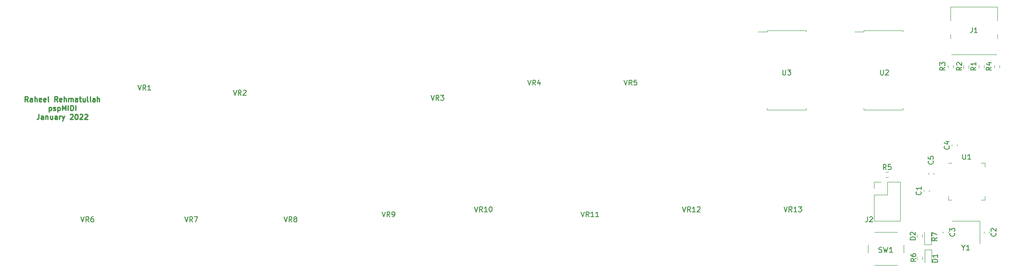
<source format=gbr>
%TF.GenerationSoftware,KiCad,Pcbnew,(5.1.9)-1*%
%TF.CreationDate,2022-01-24T16:54:11-08:00*%
%TF.ProjectId,pspMidi,7073704d-6964-4692-9e6b-696361645f70,rev?*%
%TF.SameCoordinates,Original*%
%TF.FileFunction,Legend,Top*%
%TF.FilePolarity,Positive*%
%FSLAX46Y46*%
G04 Gerber Fmt 4.6, Leading zero omitted, Abs format (unit mm)*
G04 Created by KiCad (PCBNEW (5.1.9)-1) date 2022-01-24 16:54:11*
%MOMM*%
%LPD*%
G01*
G04 APERTURE LIST*
%ADD10C,0.250000*%
%ADD11C,0.120000*%
%ADD12C,0.150000*%
G04 APERTURE END LIST*
D10*
X40238095Y-68702380D02*
X39904761Y-68226190D01*
X39666666Y-68702380D02*
X39666666Y-67702380D01*
X40047619Y-67702380D01*
X40142857Y-67750000D01*
X40190476Y-67797619D01*
X40238095Y-67892857D01*
X40238095Y-68035714D01*
X40190476Y-68130952D01*
X40142857Y-68178571D01*
X40047619Y-68226190D01*
X39666666Y-68226190D01*
X41095238Y-68702380D02*
X41095238Y-68178571D01*
X41047619Y-68083333D01*
X40952380Y-68035714D01*
X40761904Y-68035714D01*
X40666666Y-68083333D01*
X41095238Y-68654761D02*
X41000000Y-68702380D01*
X40761904Y-68702380D01*
X40666666Y-68654761D01*
X40619047Y-68559523D01*
X40619047Y-68464285D01*
X40666666Y-68369047D01*
X40761904Y-68321428D01*
X41000000Y-68321428D01*
X41095238Y-68273809D01*
X41571428Y-68702380D02*
X41571428Y-67702380D01*
X42000000Y-68702380D02*
X42000000Y-68178571D01*
X41952380Y-68083333D01*
X41857142Y-68035714D01*
X41714285Y-68035714D01*
X41619047Y-68083333D01*
X41571428Y-68130952D01*
X42857142Y-68654761D02*
X42761904Y-68702380D01*
X42571428Y-68702380D01*
X42476190Y-68654761D01*
X42428571Y-68559523D01*
X42428571Y-68178571D01*
X42476190Y-68083333D01*
X42571428Y-68035714D01*
X42761904Y-68035714D01*
X42857142Y-68083333D01*
X42904761Y-68178571D01*
X42904761Y-68273809D01*
X42428571Y-68369047D01*
X43714285Y-68654761D02*
X43619047Y-68702380D01*
X43428571Y-68702380D01*
X43333333Y-68654761D01*
X43285714Y-68559523D01*
X43285714Y-68178571D01*
X43333333Y-68083333D01*
X43428571Y-68035714D01*
X43619047Y-68035714D01*
X43714285Y-68083333D01*
X43761904Y-68178571D01*
X43761904Y-68273809D01*
X43285714Y-68369047D01*
X44333333Y-68702380D02*
X44238095Y-68654761D01*
X44190476Y-68559523D01*
X44190476Y-67702380D01*
X46047619Y-68702380D02*
X45714285Y-68226190D01*
X45476190Y-68702380D02*
X45476190Y-67702380D01*
X45857142Y-67702380D01*
X45952380Y-67750000D01*
X46000000Y-67797619D01*
X46047619Y-67892857D01*
X46047619Y-68035714D01*
X46000000Y-68130952D01*
X45952380Y-68178571D01*
X45857142Y-68226190D01*
X45476190Y-68226190D01*
X46857142Y-68654761D02*
X46761904Y-68702380D01*
X46571428Y-68702380D01*
X46476190Y-68654761D01*
X46428571Y-68559523D01*
X46428571Y-68178571D01*
X46476190Y-68083333D01*
X46571428Y-68035714D01*
X46761904Y-68035714D01*
X46857142Y-68083333D01*
X46904761Y-68178571D01*
X46904761Y-68273809D01*
X46428571Y-68369047D01*
X47333333Y-68702380D02*
X47333333Y-67702380D01*
X47761904Y-68702380D02*
X47761904Y-68178571D01*
X47714285Y-68083333D01*
X47619047Y-68035714D01*
X47476190Y-68035714D01*
X47380952Y-68083333D01*
X47333333Y-68130952D01*
X48238095Y-68702380D02*
X48238095Y-68035714D01*
X48238095Y-68130952D02*
X48285714Y-68083333D01*
X48380952Y-68035714D01*
X48523809Y-68035714D01*
X48619047Y-68083333D01*
X48666666Y-68178571D01*
X48666666Y-68702380D01*
X48666666Y-68178571D02*
X48714285Y-68083333D01*
X48809523Y-68035714D01*
X48952380Y-68035714D01*
X49047619Y-68083333D01*
X49095238Y-68178571D01*
X49095238Y-68702380D01*
X50000000Y-68702380D02*
X50000000Y-68178571D01*
X49952380Y-68083333D01*
X49857142Y-68035714D01*
X49666666Y-68035714D01*
X49571428Y-68083333D01*
X50000000Y-68654761D02*
X49904761Y-68702380D01*
X49666666Y-68702380D01*
X49571428Y-68654761D01*
X49523809Y-68559523D01*
X49523809Y-68464285D01*
X49571428Y-68369047D01*
X49666666Y-68321428D01*
X49904761Y-68321428D01*
X50000000Y-68273809D01*
X50333333Y-68035714D02*
X50714285Y-68035714D01*
X50476190Y-67702380D02*
X50476190Y-68559523D01*
X50523809Y-68654761D01*
X50619047Y-68702380D01*
X50714285Y-68702380D01*
X51476190Y-68035714D02*
X51476190Y-68702380D01*
X51047619Y-68035714D02*
X51047619Y-68559523D01*
X51095238Y-68654761D01*
X51190476Y-68702380D01*
X51333333Y-68702380D01*
X51428571Y-68654761D01*
X51476190Y-68607142D01*
X52095238Y-68702380D02*
X52000000Y-68654761D01*
X51952380Y-68559523D01*
X51952380Y-67702380D01*
X52619047Y-68702380D02*
X52523809Y-68654761D01*
X52476190Y-68559523D01*
X52476190Y-67702380D01*
X53428571Y-68702380D02*
X53428571Y-68178571D01*
X53380952Y-68083333D01*
X53285714Y-68035714D01*
X53095238Y-68035714D01*
X53000000Y-68083333D01*
X53428571Y-68654761D02*
X53333333Y-68702380D01*
X53095238Y-68702380D01*
X53000000Y-68654761D01*
X52952380Y-68559523D01*
X52952380Y-68464285D01*
X53000000Y-68369047D01*
X53095238Y-68321428D01*
X53333333Y-68321428D01*
X53428571Y-68273809D01*
X53904761Y-68702380D02*
X53904761Y-67702380D01*
X54333333Y-68702380D02*
X54333333Y-68178571D01*
X54285714Y-68083333D01*
X54190476Y-68035714D01*
X54047619Y-68035714D01*
X53952380Y-68083333D01*
X53904761Y-68130952D01*
X44380952Y-69785714D02*
X44380952Y-70785714D01*
X44380952Y-69833333D02*
X44476190Y-69785714D01*
X44666666Y-69785714D01*
X44761904Y-69833333D01*
X44809523Y-69880952D01*
X44857142Y-69976190D01*
X44857142Y-70261904D01*
X44809523Y-70357142D01*
X44761904Y-70404761D01*
X44666666Y-70452380D01*
X44476190Y-70452380D01*
X44380952Y-70404761D01*
X45238095Y-70404761D02*
X45333333Y-70452380D01*
X45523809Y-70452380D01*
X45619047Y-70404761D01*
X45666666Y-70309523D01*
X45666666Y-70261904D01*
X45619047Y-70166666D01*
X45523809Y-70119047D01*
X45380952Y-70119047D01*
X45285714Y-70071428D01*
X45238095Y-69976190D01*
X45238095Y-69928571D01*
X45285714Y-69833333D01*
X45380952Y-69785714D01*
X45523809Y-69785714D01*
X45619047Y-69833333D01*
X46095238Y-69785714D02*
X46095238Y-70785714D01*
X46095238Y-69833333D02*
X46190476Y-69785714D01*
X46380952Y-69785714D01*
X46476190Y-69833333D01*
X46523809Y-69880952D01*
X46571428Y-69976190D01*
X46571428Y-70261904D01*
X46523809Y-70357142D01*
X46476190Y-70404761D01*
X46380952Y-70452380D01*
X46190476Y-70452380D01*
X46095238Y-70404761D01*
X47000000Y-70452380D02*
X47000000Y-69452380D01*
X47333333Y-70166666D01*
X47666666Y-69452380D01*
X47666666Y-70452380D01*
X48142857Y-70452380D02*
X48142857Y-69452380D01*
X48619047Y-70452380D02*
X48619047Y-69452380D01*
X48857142Y-69452380D01*
X49000000Y-69500000D01*
X49095238Y-69595238D01*
X49142857Y-69690476D01*
X49190476Y-69880952D01*
X49190476Y-70023809D01*
X49142857Y-70214285D01*
X49095238Y-70309523D01*
X49000000Y-70404761D01*
X48857142Y-70452380D01*
X48619047Y-70452380D01*
X49619047Y-70452380D02*
X49619047Y-69452380D01*
X42357142Y-71202380D02*
X42357142Y-71916666D01*
X42309523Y-72059523D01*
X42214285Y-72154761D01*
X42071428Y-72202380D01*
X41976190Y-72202380D01*
X43261904Y-72202380D02*
X43261904Y-71678571D01*
X43214285Y-71583333D01*
X43119047Y-71535714D01*
X42928571Y-71535714D01*
X42833333Y-71583333D01*
X43261904Y-72154761D02*
X43166666Y-72202380D01*
X42928571Y-72202380D01*
X42833333Y-72154761D01*
X42785714Y-72059523D01*
X42785714Y-71964285D01*
X42833333Y-71869047D01*
X42928571Y-71821428D01*
X43166666Y-71821428D01*
X43261904Y-71773809D01*
X43738095Y-71535714D02*
X43738095Y-72202380D01*
X43738095Y-71630952D02*
X43785714Y-71583333D01*
X43880952Y-71535714D01*
X44023809Y-71535714D01*
X44119047Y-71583333D01*
X44166666Y-71678571D01*
X44166666Y-72202380D01*
X45071428Y-71535714D02*
X45071428Y-72202380D01*
X44642857Y-71535714D02*
X44642857Y-72059523D01*
X44690476Y-72154761D01*
X44785714Y-72202380D01*
X44928571Y-72202380D01*
X45023809Y-72154761D01*
X45071428Y-72107142D01*
X45976190Y-72202380D02*
X45976190Y-71678571D01*
X45928571Y-71583333D01*
X45833333Y-71535714D01*
X45642857Y-71535714D01*
X45547619Y-71583333D01*
X45976190Y-72154761D02*
X45880952Y-72202380D01*
X45642857Y-72202380D01*
X45547619Y-72154761D01*
X45500000Y-72059523D01*
X45500000Y-71964285D01*
X45547619Y-71869047D01*
X45642857Y-71821428D01*
X45880952Y-71821428D01*
X45976190Y-71773809D01*
X46452380Y-72202380D02*
X46452380Y-71535714D01*
X46452380Y-71726190D02*
X46500000Y-71630952D01*
X46547619Y-71583333D01*
X46642857Y-71535714D01*
X46738095Y-71535714D01*
X46976190Y-71535714D02*
X47214285Y-72202380D01*
X47452380Y-71535714D02*
X47214285Y-72202380D01*
X47119047Y-72440476D01*
X47071428Y-72488095D01*
X46976190Y-72535714D01*
X48547619Y-71297619D02*
X48595238Y-71250000D01*
X48690476Y-71202380D01*
X48928571Y-71202380D01*
X49023809Y-71250000D01*
X49071428Y-71297619D01*
X49119047Y-71392857D01*
X49119047Y-71488095D01*
X49071428Y-71630952D01*
X48500000Y-72202380D01*
X49119047Y-72202380D01*
X49738095Y-71202380D02*
X49833333Y-71202380D01*
X49928571Y-71250000D01*
X49976190Y-71297619D01*
X50023809Y-71392857D01*
X50071428Y-71583333D01*
X50071428Y-71821428D01*
X50023809Y-72011904D01*
X49976190Y-72107142D01*
X49928571Y-72154761D01*
X49833333Y-72202380D01*
X49738095Y-72202380D01*
X49642857Y-72154761D01*
X49595238Y-72107142D01*
X49547619Y-72011904D01*
X49500000Y-71821428D01*
X49500000Y-71583333D01*
X49547619Y-71392857D01*
X49595238Y-71297619D01*
X49642857Y-71250000D01*
X49738095Y-71202380D01*
X50452380Y-71297619D02*
X50500000Y-71250000D01*
X50595238Y-71202380D01*
X50833333Y-71202380D01*
X50928571Y-71250000D01*
X50976190Y-71297619D01*
X51023809Y-71392857D01*
X51023809Y-71488095D01*
X50976190Y-71630952D01*
X50404761Y-72202380D01*
X51023809Y-72202380D01*
X51404761Y-71297619D02*
X51452380Y-71250000D01*
X51547619Y-71202380D01*
X51785714Y-71202380D01*
X51880952Y-71250000D01*
X51928571Y-71297619D01*
X51976190Y-71392857D01*
X51976190Y-71488095D01*
X51928571Y-71630952D01*
X51357142Y-72202380D01*
X51976190Y-72202380D01*
D11*
%TO.C,C5*%
X218696000Y-83050767D02*
X218696000Y-82758233D01*
X217676000Y-83050767D02*
X217676000Y-82758233D01*
%TO.C,Y1*%
X227744000Y-92238000D02*
X222344000Y-92238000D01*
X227744000Y-96738000D02*
X227744000Y-92238000D01*
%TO.C,U3*%
X185878000Y-54939000D02*
X184063000Y-54939000D01*
X185878000Y-54674000D02*
X185878000Y-54939000D01*
X189738000Y-54674000D02*
X185878000Y-54674000D01*
X193598000Y-54674000D02*
X193598000Y-54939000D01*
X189738000Y-54674000D02*
X193598000Y-54674000D01*
X185878000Y-70294000D02*
X185878000Y-70029000D01*
X189738000Y-70294000D02*
X185878000Y-70294000D01*
X193598000Y-70294000D02*
X193598000Y-70029000D01*
X189738000Y-70294000D02*
X193598000Y-70294000D01*
%TO.C,U2*%
X204928000Y-54939000D02*
X203113000Y-54939000D01*
X204928000Y-54674000D02*
X204928000Y-54939000D01*
X208788000Y-54674000D02*
X204928000Y-54674000D01*
X212648000Y-54674000D02*
X212648000Y-54939000D01*
X208788000Y-54674000D02*
X212648000Y-54674000D01*
X204928000Y-70294000D02*
X204928000Y-70029000D01*
X208788000Y-70294000D02*
X204928000Y-70294000D01*
X212648000Y-70294000D02*
X212648000Y-70029000D01*
X208788000Y-70294000D02*
X212648000Y-70294000D01*
%TO.C,U1*%
X222301000Y-80860000D02*
X221576000Y-80860000D01*
X228796000Y-88080000D02*
X228796000Y-87355000D01*
X228071000Y-88080000D02*
X228796000Y-88080000D01*
X221576000Y-88080000D02*
X221576000Y-87355000D01*
X222301000Y-88080000D02*
X221576000Y-88080000D01*
X228796000Y-80860000D02*
X228796000Y-81585000D01*
X228071000Y-80860000D02*
X228796000Y-80860000D01*
%TO.C,SW1*%
X212750000Y-98500000D02*
X212750000Y-97000000D01*
X211500000Y-94500000D02*
X207000000Y-94500000D01*
X205750000Y-97000000D02*
X205750000Y-98500000D01*
X207000000Y-101000000D02*
X211500000Y-101000000D01*
%TO.C,R7*%
X215377500Y-95007776D02*
X215377500Y-95517224D01*
X216422500Y-95007776D02*
X216422500Y-95517224D01*
%TO.C,R6*%
X215427500Y-99395276D02*
X215427500Y-99904724D01*
X216472500Y-99395276D02*
X216472500Y-99904724D01*
%TO.C,R5*%
X209257776Y-83622500D02*
X209767224Y-83622500D01*
X209257776Y-82577500D02*
X209767224Y-82577500D01*
%TO.C,R4*%
X231662500Y-62008724D02*
X231662500Y-61499276D01*
X230617500Y-62008724D02*
X230617500Y-61499276D01*
%TO.C,R3*%
X222518500Y-62008724D02*
X222518500Y-61499276D01*
X221473500Y-62008724D02*
X221473500Y-61499276D01*
%TO.C,R2*%
X224521500Y-61602776D02*
X224521500Y-62112224D01*
X225566500Y-61602776D02*
X225566500Y-62112224D01*
%TO.C,R1*%
X228614500Y-62008724D02*
X228614500Y-61499276D01*
X227569500Y-62008724D02*
X227569500Y-61499276D01*
%TO.C,J2*%
X206950000Y-84522000D02*
X208280000Y-84522000D01*
X206950000Y-85852000D02*
X206950000Y-84522000D01*
X209550000Y-84522000D02*
X212150000Y-84522000D01*
X209550000Y-87122000D02*
X209550000Y-84522000D01*
X206950000Y-87122000D02*
X209550000Y-87122000D01*
X212150000Y-84522000D02*
X212150000Y-92262000D01*
X206950000Y-87122000D02*
X206950000Y-92262000D01*
X206950000Y-92262000D02*
X212150000Y-92262000D01*
%TO.C,J1*%
X231236000Y-56306000D02*
X231236000Y-55406000D01*
X222046000Y-56306000D02*
X222046000Y-55406000D01*
X231236000Y-52706000D02*
X231236000Y-49976000D01*
X222046000Y-52706000D02*
X222046000Y-49976000D01*
X231116000Y-59386000D02*
X222166000Y-59386000D01*
X231236000Y-49976000D02*
X222046000Y-49976000D01*
%TO.C,D2*%
X218185000Y-96945999D02*
X218185000Y-94460999D01*
X216815000Y-96945999D02*
X218185000Y-96945999D01*
X216815000Y-94460999D02*
X216815000Y-96945999D01*
%TO.C,D1*%
X216921999Y-97954001D02*
X216921999Y-100439001D01*
X218291999Y-97954001D02*
X216921999Y-97954001D01*
X218291999Y-100439001D02*
X218291999Y-97954001D01*
%TO.C,C4*%
X223268000Y-77462767D02*
X223268000Y-77170233D01*
X222248000Y-77462767D02*
X222248000Y-77170233D01*
%TO.C,C3*%
X220470000Y-94341733D02*
X220470000Y-94634267D01*
X221490000Y-94341733D02*
X221490000Y-94634267D01*
%TO.C,C2*%
X228598000Y-94341733D02*
X228598000Y-94634267D01*
X229618000Y-94341733D02*
X229618000Y-94634267D01*
%TO.C,C1*%
X216790000Y-86153733D02*
X216790000Y-86446267D01*
X217810000Y-86153733D02*
X217810000Y-86446267D01*
%TO.C,C5*%
D12*
X218543142Y-80430666D02*
X218590761Y-80478285D01*
X218638380Y-80621142D01*
X218638380Y-80716380D01*
X218590761Y-80859238D01*
X218495523Y-80954476D01*
X218400285Y-81002095D01*
X218209809Y-81049714D01*
X218066952Y-81049714D01*
X217876476Y-81002095D01*
X217781238Y-80954476D01*
X217686000Y-80859238D01*
X217638380Y-80716380D01*
X217638380Y-80621142D01*
X217686000Y-80478285D01*
X217733619Y-80430666D01*
X217638380Y-79525904D02*
X217638380Y-80002095D01*
X218114571Y-80049714D01*
X218066952Y-80002095D01*
X218019333Y-79906857D01*
X218019333Y-79668761D01*
X218066952Y-79573523D01*
X218114571Y-79525904D01*
X218209809Y-79478285D01*
X218447904Y-79478285D01*
X218543142Y-79525904D01*
X218590761Y-79573523D01*
X218638380Y-79668761D01*
X218638380Y-79906857D01*
X218590761Y-80002095D01*
X218543142Y-80049714D01*
%TO.C,Y1*%
X224567809Y-97514190D02*
X224567809Y-97990380D01*
X224234476Y-96990380D02*
X224567809Y-97514190D01*
X224901142Y-96990380D01*
X225758285Y-97990380D02*
X225186857Y-97990380D01*
X225472571Y-97990380D02*
X225472571Y-96990380D01*
X225377333Y-97133238D01*
X225282095Y-97228476D01*
X225186857Y-97276095D01*
%TO.C,VR13*%
X189214285Y-89452380D02*
X189547619Y-90452380D01*
X189880952Y-89452380D01*
X190785714Y-90452380D02*
X190452380Y-89976190D01*
X190214285Y-90452380D02*
X190214285Y-89452380D01*
X190595238Y-89452380D01*
X190690476Y-89500000D01*
X190738095Y-89547619D01*
X190785714Y-89642857D01*
X190785714Y-89785714D01*
X190738095Y-89880952D01*
X190690476Y-89928571D01*
X190595238Y-89976190D01*
X190214285Y-89976190D01*
X191738095Y-90452380D02*
X191166666Y-90452380D01*
X191452380Y-90452380D02*
X191452380Y-89452380D01*
X191357142Y-89595238D01*
X191261904Y-89690476D01*
X191166666Y-89738095D01*
X192071428Y-89452380D02*
X192690476Y-89452380D01*
X192357142Y-89833333D01*
X192500000Y-89833333D01*
X192595238Y-89880952D01*
X192642857Y-89928571D01*
X192690476Y-90023809D01*
X192690476Y-90261904D01*
X192642857Y-90357142D01*
X192595238Y-90404761D01*
X192500000Y-90452380D01*
X192214285Y-90452380D01*
X192119047Y-90404761D01*
X192071428Y-90357142D01*
%TO.C,VR12*%
X169214285Y-89452380D02*
X169547619Y-90452380D01*
X169880952Y-89452380D01*
X170785714Y-90452380D02*
X170452380Y-89976190D01*
X170214285Y-90452380D02*
X170214285Y-89452380D01*
X170595238Y-89452380D01*
X170690476Y-89500000D01*
X170738095Y-89547619D01*
X170785714Y-89642857D01*
X170785714Y-89785714D01*
X170738095Y-89880952D01*
X170690476Y-89928571D01*
X170595238Y-89976190D01*
X170214285Y-89976190D01*
X171738095Y-90452380D02*
X171166666Y-90452380D01*
X171452380Y-90452380D02*
X171452380Y-89452380D01*
X171357142Y-89595238D01*
X171261904Y-89690476D01*
X171166666Y-89738095D01*
X172119047Y-89547619D02*
X172166666Y-89500000D01*
X172261904Y-89452380D01*
X172500000Y-89452380D01*
X172595238Y-89500000D01*
X172642857Y-89547619D01*
X172690476Y-89642857D01*
X172690476Y-89738095D01*
X172642857Y-89880952D01*
X172071428Y-90452380D01*
X172690476Y-90452380D01*
%TO.C,VR11*%
X149214285Y-90452380D02*
X149547619Y-91452380D01*
X149880952Y-90452380D01*
X150785714Y-91452380D02*
X150452380Y-90976190D01*
X150214285Y-91452380D02*
X150214285Y-90452380D01*
X150595238Y-90452380D01*
X150690476Y-90500000D01*
X150738095Y-90547619D01*
X150785714Y-90642857D01*
X150785714Y-90785714D01*
X150738095Y-90880952D01*
X150690476Y-90928571D01*
X150595238Y-90976190D01*
X150214285Y-90976190D01*
X151738095Y-91452380D02*
X151166666Y-91452380D01*
X151452380Y-91452380D02*
X151452380Y-90452380D01*
X151357142Y-90595238D01*
X151261904Y-90690476D01*
X151166666Y-90738095D01*
X152690476Y-91452380D02*
X152119047Y-91452380D01*
X152404761Y-91452380D02*
X152404761Y-90452380D01*
X152309523Y-90595238D01*
X152214285Y-90690476D01*
X152119047Y-90738095D01*
%TO.C,VR10*%
X128214285Y-89452380D02*
X128547619Y-90452380D01*
X128880952Y-89452380D01*
X129785714Y-90452380D02*
X129452380Y-89976190D01*
X129214285Y-90452380D02*
X129214285Y-89452380D01*
X129595238Y-89452380D01*
X129690476Y-89500000D01*
X129738095Y-89547619D01*
X129785714Y-89642857D01*
X129785714Y-89785714D01*
X129738095Y-89880952D01*
X129690476Y-89928571D01*
X129595238Y-89976190D01*
X129214285Y-89976190D01*
X130738095Y-90452380D02*
X130166666Y-90452380D01*
X130452380Y-90452380D02*
X130452380Y-89452380D01*
X130357142Y-89595238D01*
X130261904Y-89690476D01*
X130166666Y-89738095D01*
X131357142Y-89452380D02*
X131452380Y-89452380D01*
X131547619Y-89500000D01*
X131595238Y-89547619D01*
X131642857Y-89642857D01*
X131690476Y-89833333D01*
X131690476Y-90071428D01*
X131642857Y-90261904D01*
X131595238Y-90357142D01*
X131547619Y-90404761D01*
X131452380Y-90452380D01*
X131357142Y-90452380D01*
X131261904Y-90404761D01*
X131214285Y-90357142D01*
X131166666Y-90261904D01*
X131119047Y-90071428D01*
X131119047Y-89833333D01*
X131166666Y-89642857D01*
X131214285Y-89547619D01*
X131261904Y-89500000D01*
X131357142Y-89452380D01*
%TO.C,VR9*%
X109993276Y-90452380D02*
X110326609Y-91452380D01*
X110659942Y-90452380D01*
X111564704Y-91452380D02*
X111231371Y-90976190D01*
X110993276Y-91452380D02*
X110993276Y-90452380D01*
X111374228Y-90452380D01*
X111469466Y-90500000D01*
X111517085Y-90547619D01*
X111564704Y-90642857D01*
X111564704Y-90785714D01*
X111517085Y-90880952D01*
X111469466Y-90928571D01*
X111374228Y-90976190D01*
X110993276Y-90976190D01*
X112040895Y-91452380D02*
X112231371Y-91452380D01*
X112326609Y-91404761D01*
X112374228Y-91357142D01*
X112469466Y-91214285D01*
X112517085Y-91023809D01*
X112517085Y-90642857D01*
X112469466Y-90547619D01*
X112421847Y-90500000D01*
X112326609Y-90452380D01*
X112136133Y-90452380D01*
X112040895Y-90500000D01*
X111993276Y-90547619D01*
X111945657Y-90642857D01*
X111945657Y-90880952D01*
X111993276Y-90976190D01*
X112040895Y-91023809D01*
X112136133Y-91071428D01*
X112326609Y-91071428D01*
X112421847Y-91023809D01*
X112469466Y-90976190D01*
X112517085Y-90880952D01*
%TO.C,VR8*%
X90690476Y-91452380D02*
X91023809Y-92452380D01*
X91357142Y-91452380D01*
X92261904Y-92452380D02*
X91928571Y-91976190D01*
X91690476Y-92452380D02*
X91690476Y-91452380D01*
X92071428Y-91452380D01*
X92166666Y-91500000D01*
X92214285Y-91547619D01*
X92261904Y-91642857D01*
X92261904Y-91785714D01*
X92214285Y-91880952D01*
X92166666Y-91928571D01*
X92071428Y-91976190D01*
X91690476Y-91976190D01*
X92833333Y-91880952D02*
X92738095Y-91833333D01*
X92690476Y-91785714D01*
X92642857Y-91690476D01*
X92642857Y-91642857D01*
X92690476Y-91547619D01*
X92738095Y-91500000D01*
X92833333Y-91452380D01*
X93023809Y-91452380D01*
X93119047Y-91500000D01*
X93166666Y-91547619D01*
X93214285Y-91642857D01*
X93214285Y-91690476D01*
X93166666Y-91785714D01*
X93119047Y-91833333D01*
X93023809Y-91880952D01*
X92833333Y-91880952D01*
X92738095Y-91928571D01*
X92690476Y-91976190D01*
X92642857Y-92071428D01*
X92642857Y-92261904D01*
X92690476Y-92357142D01*
X92738095Y-92404761D01*
X92833333Y-92452380D01*
X93023809Y-92452380D01*
X93119047Y-92404761D01*
X93166666Y-92357142D01*
X93214285Y-92261904D01*
X93214285Y-92071428D01*
X93166666Y-91976190D01*
X93119047Y-91928571D01*
X93023809Y-91880952D01*
%TO.C,VR7*%
X71131276Y-91452380D02*
X71464609Y-92452380D01*
X71797942Y-91452380D01*
X72702704Y-92452380D02*
X72369371Y-91976190D01*
X72131276Y-92452380D02*
X72131276Y-91452380D01*
X72512228Y-91452380D01*
X72607466Y-91500000D01*
X72655085Y-91547619D01*
X72702704Y-91642857D01*
X72702704Y-91785714D01*
X72655085Y-91880952D01*
X72607466Y-91928571D01*
X72512228Y-91976190D01*
X72131276Y-91976190D01*
X73036038Y-91452380D02*
X73702704Y-91452380D01*
X73274133Y-92452380D01*
%TO.C,VR6*%
X50690476Y-91452380D02*
X51023809Y-92452380D01*
X51357142Y-91452380D01*
X52261904Y-92452380D02*
X51928571Y-91976190D01*
X51690476Y-92452380D02*
X51690476Y-91452380D01*
X52071428Y-91452380D01*
X52166666Y-91500000D01*
X52214285Y-91547619D01*
X52261904Y-91642857D01*
X52261904Y-91785714D01*
X52214285Y-91880952D01*
X52166666Y-91928571D01*
X52071428Y-91976190D01*
X51690476Y-91976190D01*
X53119047Y-91452380D02*
X52928571Y-91452380D01*
X52833333Y-91500000D01*
X52785714Y-91547619D01*
X52690476Y-91690476D01*
X52642857Y-91880952D01*
X52642857Y-92261904D01*
X52690476Y-92357142D01*
X52738095Y-92404761D01*
X52833333Y-92452380D01*
X53023809Y-92452380D01*
X53119047Y-92404761D01*
X53166666Y-92357142D01*
X53214285Y-92261904D01*
X53214285Y-92023809D01*
X53166666Y-91928571D01*
X53119047Y-91880952D01*
X53023809Y-91833333D01*
X52833333Y-91833333D01*
X52738095Y-91880952D01*
X52690476Y-91928571D01*
X52642857Y-92023809D01*
%TO.C,VR5*%
X157690476Y-64452380D02*
X158023809Y-65452380D01*
X158357142Y-64452380D01*
X159261904Y-65452380D02*
X158928571Y-64976190D01*
X158690476Y-65452380D02*
X158690476Y-64452380D01*
X159071428Y-64452380D01*
X159166666Y-64500000D01*
X159214285Y-64547619D01*
X159261904Y-64642857D01*
X159261904Y-64785714D01*
X159214285Y-64880952D01*
X159166666Y-64928571D01*
X159071428Y-64976190D01*
X158690476Y-64976190D01*
X160166666Y-64452380D02*
X159690476Y-64452380D01*
X159642857Y-64928571D01*
X159690476Y-64880952D01*
X159785714Y-64833333D01*
X160023809Y-64833333D01*
X160119047Y-64880952D01*
X160166666Y-64928571D01*
X160214285Y-65023809D01*
X160214285Y-65261904D01*
X160166666Y-65357142D01*
X160119047Y-65404761D01*
X160023809Y-65452380D01*
X159785714Y-65452380D01*
X159690476Y-65404761D01*
X159642857Y-65357142D01*
%TO.C,VR4*%
X138690476Y-64452380D02*
X139023809Y-65452380D01*
X139357142Y-64452380D01*
X140261904Y-65452380D02*
X139928571Y-64976190D01*
X139690476Y-65452380D02*
X139690476Y-64452380D01*
X140071428Y-64452380D01*
X140166666Y-64500000D01*
X140214285Y-64547619D01*
X140261904Y-64642857D01*
X140261904Y-64785714D01*
X140214285Y-64880952D01*
X140166666Y-64928571D01*
X140071428Y-64976190D01*
X139690476Y-64976190D01*
X141119047Y-64785714D02*
X141119047Y-65452380D01*
X140880952Y-64404761D02*
X140642857Y-65119047D01*
X141261904Y-65119047D01*
%TO.C,VR3*%
X119645276Y-67452380D02*
X119978609Y-68452380D01*
X120311942Y-67452380D01*
X121216704Y-68452380D02*
X120883371Y-67976190D01*
X120645276Y-68452380D02*
X120645276Y-67452380D01*
X121026228Y-67452380D01*
X121121466Y-67500000D01*
X121169085Y-67547619D01*
X121216704Y-67642857D01*
X121216704Y-67785714D01*
X121169085Y-67880952D01*
X121121466Y-67928571D01*
X121026228Y-67976190D01*
X120645276Y-67976190D01*
X121550038Y-67452380D02*
X122169085Y-67452380D01*
X121835752Y-67833333D01*
X121978609Y-67833333D01*
X122073847Y-67880952D01*
X122121466Y-67928571D01*
X122169085Y-68023809D01*
X122169085Y-68261904D01*
X122121466Y-68357142D01*
X122073847Y-68404761D01*
X121978609Y-68452380D01*
X121692895Y-68452380D01*
X121597657Y-68404761D01*
X121550038Y-68357142D01*
%TO.C,VR2*%
X80690476Y-66452380D02*
X81023809Y-67452380D01*
X81357142Y-66452380D01*
X82261904Y-67452380D02*
X81928571Y-66976190D01*
X81690476Y-67452380D02*
X81690476Y-66452380D01*
X82071428Y-66452380D01*
X82166666Y-66500000D01*
X82214285Y-66547619D01*
X82261904Y-66642857D01*
X82261904Y-66785714D01*
X82214285Y-66880952D01*
X82166666Y-66928571D01*
X82071428Y-66976190D01*
X81690476Y-66976190D01*
X82642857Y-66547619D02*
X82690476Y-66500000D01*
X82785714Y-66452380D01*
X83023809Y-66452380D01*
X83119047Y-66500000D01*
X83166666Y-66547619D01*
X83214285Y-66642857D01*
X83214285Y-66738095D01*
X83166666Y-66880952D01*
X82595238Y-67452380D01*
X83214285Y-67452380D01*
%TO.C,VR1*%
X61907277Y-65452380D02*
X62240610Y-66452380D01*
X62573943Y-65452380D01*
X63478705Y-66452380D02*
X63145372Y-65976190D01*
X62907277Y-66452380D02*
X62907277Y-65452380D01*
X63288229Y-65452380D01*
X63383467Y-65500000D01*
X63431086Y-65547619D01*
X63478705Y-65642857D01*
X63478705Y-65785714D01*
X63431086Y-65880952D01*
X63383467Y-65928571D01*
X63288229Y-65976190D01*
X62907277Y-65976190D01*
X64431086Y-66452380D02*
X63859658Y-66452380D01*
X64145372Y-66452380D02*
X64145372Y-65452380D01*
X64050134Y-65595238D01*
X63954896Y-65690476D01*
X63859658Y-65738095D01*
%TO.C,U3*%
X188976095Y-62452380D02*
X188976095Y-63261904D01*
X189023714Y-63357142D01*
X189071333Y-63404761D01*
X189166571Y-63452380D01*
X189357047Y-63452380D01*
X189452285Y-63404761D01*
X189499904Y-63357142D01*
X189547523Y-63261904D01*
X189547523Y-62452380D01*
X189928476Y-62452380D02*
X190547523Y-62452380D01*
X190214190Y-62833333D01*
X190357047Y-62833333D01*
X190452285Y-62880952D01*
X190499904Y-62928571D01*
X190547523Y-63023809D01*
X190547523Y-63261904D01*
X190499904Y-63357142D01*
X190452285Y-63404761D01*
X190357047Y-63452380D01*
X190071333Y-63452380D01*
X189976095Y-63404761D01*
X189928476Y-63357142D01*
%TO.C,U2*%
X208238095Y-62452380D02*
X208238095Y-63261904D01*
X208285714Y-63357142D01*
X208333333Y-63404761D01*
X208428571Y-63452380D01*
X208619047Y-63452380D01*
X208714285Y-63404761D01*
X208761904Y-63357142D01*
X208809523Y-63261904D01*
X208809523Y-62452380D01*
X209238095Y-62547619D02*
X209285714Y-62500000D01*
X209380952Y-62452380D01*
X209619047Y-62452380D01*
X209714285Y-62500000D01*
X209761904Y-62547619D01*
X209809523Y-62642857D01*
X209809523Y-62738095D01*
X209761904Y-62880952D01*
X209190476Y-63452380D01*
X209809523Y-63452380D01*
%TO.C,U1*%
X224424095Y-79102380D02*
X224424095Y-79911904D01*
X224471714Y-80007142D01*
X224519333Y-80054761D01*
X224614571Y-80102380D01*
X224805047Y-80102380D01*
X224900285Y-80054761D01*
X224947904Y-80007142D01*
X224995523Y-79911904D01*
X224995523Y-79102380D01*
X225995523Y-80102380D02*
X225424095Y-80102380D01*
X225709809Y-80102380D02*
X225709809Y-79102380D01*
X225614571Y-79245238D01*
X225519333Y-79340476D01*
X225424095Y-79388095D01*
%TO.C,SW1*%
X207916666Y-98404761D02*
X208059523Y-98452380D01*
X208297619Y-98452380D01*
X208392857Y-98404761D01*
X208440476Y-98357142D01*
X208488095Y-98261904D01*
X208488095Y-98166666D01*
X208440476Y-98071428D01*
X208392857Y-98023809D01*
X208297619Y-97976190D01*
X208107142Y-97928571D01*
X208011904Y-97880952D01*
X207964285Y-97833333D01*
X207916666Y-97738095D01*
X207916666Y-97642857D01*
X207964285Y-97547619D01*
X208011904Y-97500000D01*
X208107142Y-97452380D01*
X208345238Y-97452380D01*
X208488095Y-97500000D01*
X208821428Y-97452380D02*
X209059523Y-98452380D01*
X209250000Y-97738095D01*
X209440476Y-98452380D01*
X209678571Y-97452380D01*
X210583333Y-98452380D02*
X210011904Y-98452380D01*
X210297619Y-98452380D02*
X210297619Y-97452380D01*
X210202380Y-97595238D01*
X210107142Y-97690476D01*
X210011904Y-97738095D01*
%TO.C,R7*%
X219352380Y-95566666D02*
X218876190Y-95900000D01*
X219352380Y-96138095D02*
X218352380Y-96138095D01*
X218352380Y-95757142D01*
X218400000Y-95661904D01*
X218447619Y-95614285D01*
X218542857Y-95566666D01*
X218685714Y-95566666D01*
X218780952Y-95614285D01*
X218828571Y-95661904D01*
X218876190Y-95757142D01*
X218876190Y-96138095D01*
X218352380Y-95233333D02*
X218352380Y-94566666D01*
X219352380Y-94995238D01*
%TO.C,R6*%
X215202380Y-99666666D02*
X214726190Y-100000000D01*
X215202380Y-100238095D02*
X214202380Y-100238095D01*
X214202380Y-99857142D01*
X214250000Y-99761904D01*
X214297619Y-99714285D01*
X214392857Y-99666666D01*
X214535714Y-99666666D01*
X214630952Y-99714285D01*
X214678571Y-99761904D01*
X214726190Y-99857142D01*
X214726190Y-100238095D01*
X214202380Y-98809523D02*
X214202380Y-99000000D01*
X214250000Y-99095238D01*
X214297619Y-99142857D01*
X214440476Y-99238095D01*
X214630952Y-99285714D01*
X215011904Y-99285714D01*
X215107142Y-99238095D01*
X215154761Y-99190476D01*
X215202380Y-99095238D01*
X215202380Y-98904761D01*
X215154761Y-98809523D01*
X215107142Y-98761904D01*
X215011904Y-98714285D01*
X214773809Y-98714285D01*
X214678571Y-98761904D01*
X214630952Y-98809523D01*
X214583333Y-98904761D01*
X214583333Y-99095238D01*
X214630952Y-99190476D01*
X214678571Y-99238095D01*
X214773809Y-99285714D01*
%TO.C,R5*%
X209345833Y-82122380D02*
X209012500Y-81646190D01*
X208774404Y-82122380D02*
X208774404Y-81122380D01*
X209155357Y-81122380D01*
X209250595Y-81170000D01*
X209298214Y-81217619D01*
X209345833Y-81312857D01*
X209345833Y-81455714D01*
X209298214Y-81550952D01*
X209250595Y-81598571D01*
X209155357Y-81646190D01*
X208774404Y-81646190D01*
X210250595Y-81122380D02*
X209774404Y-81122380D01*
X209726785Y-81598571D01*
X209774404Y-81550952D01*
X209869642Y-81503333D01*
X210107738Y-81503333D01*
X210202976Y-81550952D01*
X210250595Y-81598571D01*
X210298214Y-81693809D01*
X210298214Y-81931904D01*
X210250595Y-82027142D01*
X210202976Y-82074761D01*
X210107738Y-82122380D01*
X209869642Y-82122380D01*
X209774404Y-82074761D01*
X209726785Y-82027142D01*
%TO.C,R4*%
X230068380Y-61920666D02*
X229592190Y-62254000D01*
X230068380Y-62492095D02*
X229068380Y-62492095D01*
X229068380Y-62111142D01*
X229116000Y-62015904D01*
X229163619Y-61968285D01*
X229258857Y-61920666D01*
X229401714Y-61920666D01*
X229496952Y-61968285D01*
X229544571Y-62015904D01*
X229592190Y-62111142D01*
X229592190Y-62492095D01*
X229401714Y-61063523D02*
X230068380Y-61063523D01*
X229020761Y-61301619D02*
X229735047Y-61539714D01*
X229735047Y-60920666D01*
%TO.C,R3*%
X220924380Y-61920666D02*
X220448190Y-62254000D01*
X220924380Y-62492095D02*
X219924380Y-62492095D01*
X219924380Y-62111142D01*
X219972000Y-62015904D01*
X220019619Y-61968285D01*
X220114857Y-61920666D01*
X220257714Y-61920666D01*
X220352952Y-61968285D01*
X220400571Y-62015904D01*
X220448190Y-62111142D01*
X220448190Y-62492095D01*
X219924380Y-61587333D02*
X219924380Y-60968285D01*
X220305333Y-61301619D01*
X220305333Y-61158761D01*
X220352952Y-61063523D01*
X220400571Y-61015904D01*
X220495809Y-60968285D01*
X220733904Y-60968285D01*
X220829142Y-61015904D01*
X220876761Y-61063523D01*
X220924380Y-61158761D01*
X220924380Y-61444476D01*
X220876761Y-61539714D01*
X220829142Y-61587333D01*
%TO.C,R2*%
X224226380Y-61920666D02*
X223750190Y-62254000D01*
X224226380Y-62492095D02*
X223226380Y-62492095D01*
X223226380Y-62111142D01*
X223274000Y-62015904D01*
X223321619Y-61968285D01*
X223416857Y-61920666D01*
X223559714Y-61920666D01*
X223654952Y-61968285D01*
X223702571Y-62015904D01*
X223750190Y-62111142D01*
X223750190Y-62492095D01*
X223321619Y-61539714D02*
X223274000Y-61492095D01*
X223226380Y-61396857D01*
X223226380Y-61158761D01*
X223274000Y-61063523D01*
X223321619Y-61015904D01*
X223416857Y-60968285D01*
X223512095Y-60968285D01*
X223654952Y-61015904D01*
X224226380Y-61587333D01*
X224226380Y-60968285D01*
%TO.C,R1*%
X227020380Y-61920666D02*
X226544190Y-62254000D01*
X227020380Y-62492095D02*
X226020380Y-62492095D01*
X226020380Y-62111142D01*
X226068000Y-62015904D01*
X226115619Y-61968285D01*
X226210857Y-61920666D01*
X226353714Y-61920666D01*
X226448952Y-61968285D01*
X226496571Y-62015904D01*
X226544190Y-62111142D01*
X226544190Y-62492095D01*
X227020380Y-60968285D02*
X227020380Y-61539714D01*
X227020380Y-61254000D02*
X226020380Y-61254000D01*
X226163238Y-61349238D01*
X226258476Y-61444476D01*
X226306095Y-61539714D01*
%TO.C,J2*%
X205666666Y-91452380D02*
X205666666Y-92166666D01*
X205619047Y-92309523D01*
X205523809Y-92404761D01*
X205380952Y-92452380D01*
X205285714Y-92452380D01*
X206095238Y-91547619D02*
X206142857Y-91500000D01*
X206238095Y-91452380D01*
X206476190Y-91452380D01*
X206571428Y-91500000D01*
X206619047Y-91547619D01*
X206666666Y-91642857D01*
X206666666Y-91738095D01*
X206619047Y-91880952D01*
X206047619Y-92452380D01*
X206666666Y-92452380D01*
%TO.C,J1*%
X226307666Y-54094380D02*
X226307666Y-54808666D01*
X226260047Y-54951523D01*
X226164809Y-55046761D01*
X226021952Y-55094380D01*
X225926714Y-55094380D01*
X227307666Y-55094380D02*
X226736238Y-55094380D01*
X227021952Y-55094380D02*
X227021952Y-54094380D01*
X226926714Y-54237238D01*
X226831476Y-54332476D01*
X226736238Y-54380095D01*
%TO.C,D2*%
X215102380Y-95988095D02*
X214102380Y-95988095D01*
X214102380Y-95750000D01*
X214150000Y-95607142D01*
X214245238Y-95511904D01*
X214340476Y-95464285D01*
X214530952Y-95416666D01*
X214673809Y-95416666D01*
X214864285Y-95464285D01*
X214959523Y-95511904D01*
X215054761Y-95607142D01*
X215102380Y-95750000D01*
X215102380Y-95988095D01*
X214197619Y-95035714D02*
X214150000Y-94988095D01*
X214102380Y-94892857D01*
X214102380Y-94654761D01*
X214150000Y-94559523D01*
X214197619Y-94511904D01*
X214292857Y-94464285D01*
X214388095Y-94464285D01*
X214530952Y-94511904D01*
X215102380Y-95083333D01*
X215102380Y-94464285D01*
%TO.C,D1*%
X219439379Y-100377096D02*
X218439379Y-100377096D01*
X218439379Y-100139001D01*
X218486999Y-99996143D01*
X218582237Y-99900905D01*
X218677475Y-99853286D01*
X218867951Y-99805667D01*
X219010808Y-99805667D01*
X219201284Y-99853286D01*
X219296522Y-99900905D01*
X219391760Y-99996143D01*
X219439379Y-100139001D01*
X219439379Y-100377096D01*
X219439379Y-98853286D02*
X219439379Y-99424715D01*
X219439379Y-99139001D02*
X218439379Y-99139001D01*
X218582237Y-99234239D01*
X218677475Y-99329477D01*
X218725094Y-99424715D01*
%TO.C,C4*%
X221685142Y-77483166D02*
X221732761Y-77530785D01*
X221780380Y-77673642D01*
X221780380Y-77768880D01*
X221732761Y-77911738D01*
X221637523Y-78006976D01*
X221542285Y-78054595D01*
X221351809Y-78102214D01*
X221208952Y-78102214D01*
X221018476Y-78054595D01*
X220923238Y-78006976D01*
X220828000Y-77911738D01*
X220780380Y-77768880D01*
X220780380Y-77673642D01*
X220828000Y-77530785D01*
X220875619Y-77483166D01*
X221113714Y-76626023D02*
X221780380Y-76626023D01*
X220732761Y-76864119D02*
X221447047Y-77102214D01*
X221447047Y-76483166D01*
%TO.C,C3*%
X222767142Y-94654666D02*
X222814761Y-94702285D01*
X222862380Y-94845142D01*
X222862380Y-94940380D01*
X222814761Y-95083238D01*
X222719523Y-95178476D01*
X222624285Y-95226095D01*
X222433809Y-95273714D01*
X222290952Y-95273714D01*
X222100476Y-95226095D01*
X222005238Y-95178476D01*
X221910000Y-95083238D01*
X221862380Y-94940380D01*
X221862380Y-94845142D01*
X221910000Y-94702285D01*
X221957619Y-94654666D01*
X221862380Y-94321333D02*
X221862380Y-93702285D01*
X222243333Y-94035619D01*
X222243333Y-93892761D01*
X222290952Y-93797523D01*
X222338571Y-93749904D01*
X222433809Y-93702285D01*
X222671904Y-93702285D01*
X222767142Y-93749904D01*
X222814761Y-93797523D01*
X222862380Y-93892761D01*
X222862380Y-94178476D01*
X222814761Y-94273714D01*
X222767142Y-94321333D01*
%TO.C,C2*%
X230895142Y-94654666D02*
X230942761Y-94702285D01*
X230990380Y-94845142D01*
X230990380Y-94940380D01*
X230942761Y-95083238D01*
X230847523Y-95178476D01*
X230752285Y-95226095D01*
X230561809Y-95273714D01*
X230418952Y-95273714D01*
X230228476Y-95226095D01*
X230133238Y-95178476D01*
X230038000Y-95083238D01*
X229990380Y-94940380D01*
X229990380Y-94845142D01*
X230038000Y-94702285D01*
X230085619Y-94654666D01*
X230085619Y-94273714D02*
X230038000Y-94226095D01*
X229990380Y-94130857D01*
X229990380Y-93892761D01*
X230038000Y-93797523D01*
X230085619Y-93749904D01*
X230180857Y-93702285D01*
X230276095Y-93702285D01*
X230418952Y-93749904D01*
X230990380Y-94321333D01*
X230990380Y-93702285D01*
%TO.C,C1*%
X216133142Y-86466666D02*
X216180761Y-86514285D01*
X216228380Y-86657142D01*
X216228380Y-86752380D01*
X216180761Y-86895238D01*
X216085523Y-86990476D01*
X215990285Y-87038095D01*
X215799809Y-87085714D01*
X215656952Y-87085714D01*
X215466476Y-87038095D01*
X215371238Y-86990476D01*
X215276000Y-86895238D01*
X215228380Y-86752380D01*
X215228380Y-86657142D01*
X215276000Y-86514285D01*
X215323619Y-86466666D01*
X216228380Y-85514285D02*
X216228380Y-86085714D01*
X216228380Y-85800000D02*
X215228380Y-85800000D01*
X215371238Y-85895238D01*
X215466476Y-85990476D01*
X215514095Y-86085714D01*
%TD*%
M02*

</source>
